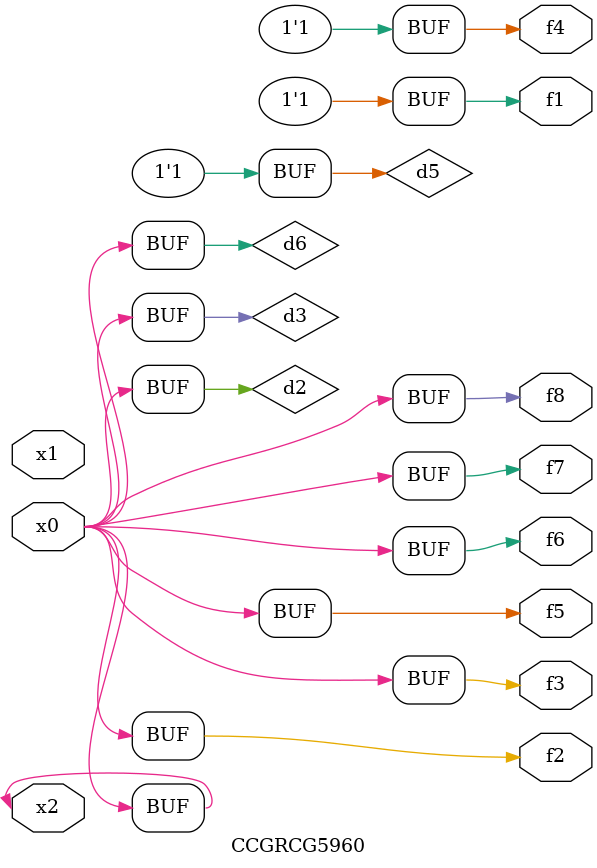
<source format=v>
module CCGRCG5960(
	input x0, x1, x2,
	output f1, f2, f3, f4, f5, f6, f7, f8
);

	wire d1, d2, d3, d4, d5, d6;

	xnor (d1, x2);
	buf (d2, x0, x2);
	and (d3, x0);
	xnor (d4, x1, x2);
	nand (d5, d1, d3);
	buf (d6, d2, d3);
	assign f1 = d5;
	assign f2 = d6;
	assign f3 = d6;
	assign f4 = d5;
	assign f5 = d6;
	assign f6 = d6;
	assign f7 = d6;
	assign f8 = d6;
endmodule

</source>
